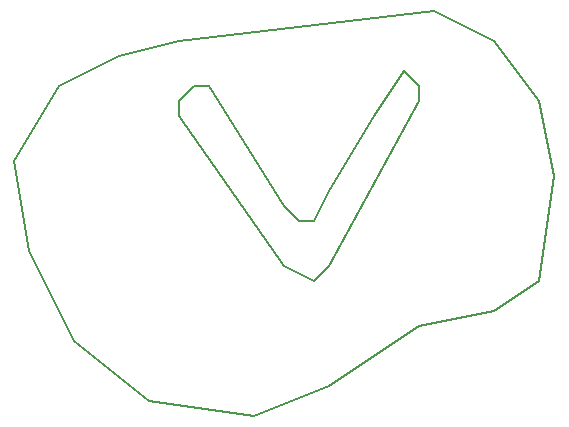
<source format=gbr>
G04 #@! TF.GenerationSoftware,KiCad,Pcbnew,5.0.2+dfsg1-1+build2*
G04 #@! TF.CreationDate,2019-10-28T22:55:23-04:00*
G04 #@! TF.ProjectId,shaped_pcb,73686170-6564-45f7-9063-622e6b696361,rev?*
G04 #@! TF.SameCoordinates,Original*
G04 #@! TF.FileFunction,Profile,NP*
%FSLAX46Y46*%
G04 Gerber Fmt 4.6, Leading zero omitted, Abs format (unit mm)*
G04 Created by KiCad (PCBNEW 5.0.2+dfsg1-1+build2) date Mon 28 Oct 2019 10:55:23 PM EDT*
%MOMM*%
%LPD*%
G01*
G04 APERTURE LIST*
%ADD10C,0.150000*%
G04 APERTURE END LIST*
D10*
X179070000Y-57150000D02*
X181610000Y-53340000D01*
X175260000Y-63500000D02*
X179070000Y-57150000D01*
X173990000Y-66040000D02*
X175260000Y-63500000D01*
X172720000Y-66040000D02*
X173990000Y-66040000D01*
X171450000Y-64770000D02*
X172720000Y-66040000D01*
X165100000Y-54610000D02*
X171450000Y-64770000D01*
X163830000Y-54610000D02*
X165100000Y-54610000D01*
X162560000Y-55880000D02*
X163830000Y-54610000D01*
X162560000Y-57150000D02*
X162560000Y-55880000D01*
X171450000Y-69850000D02*
X162560000Y-57150000D01*
X173990000Y-71120000D02*
X171450000Y-69850000D01*
X175260000Y-69850000D02*
X173990000Y-71120000D01*
X182880000Y-55880000D02*
X175260000Y-69850000D01*
X182880000Y-54610000D02*
X182880000Y-55880000D01*
X181610000Y-53340000D02*
X182880000Y-54610000D01*
X157480000Y-52070000D02*
X162560000Y-50800000D01*
X152400000Y-54610000D02*
X157480000Y-52070000D01*
X148590000Y-60960000D02*
X152400000Y-54610000D01*
X149860000Y-68580000D02*
X148590000Y-60960000D01*
X153670000Y-76200000D02*
X149860000Y-68580000D01*
X160020000Y-81280000D02*
X153670000Y-76200000D01*
X168910000Y-82550000D02*
X160020000Y-81280000D01*
X175260000Y-80010000D02*
X168910000Y-82550000D01*
X182880000Y-74930000D02*
X175260000Y-80010000D01*
X189230000Y-73660000D02*
X182880000Y-74930000D01*
X193040000Y-71120000D02*
X189230000Y-73660000D01*
X194310000Y-62230000D02*
X193040000Y-71120000D01*
X193040000Y-55880000D02*
X194310000Y-62230000D01*
X189230000Y-50800000D02*
X193040000Y-55880000D01*
X184150000Y-48260000D02*
X189230000Y-50800000D01*
X162560000Y-50800000D02*
X184150000Y-48260000D01*
M02*

</source>
